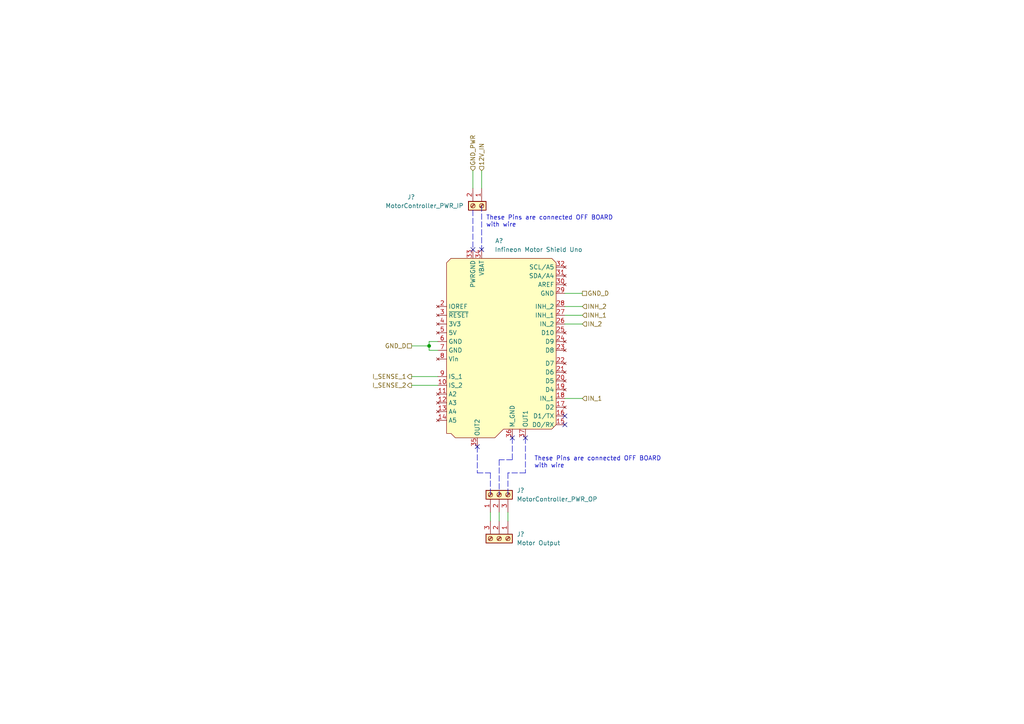
<source format=kicad_sch>
(kicad_sch (version 20211123) (generator eeschema)
  (paper "A4")
  (lib_symbols
    (symbol "000_Modules_Immo:Infineon Motor Shield Uno"
      (property "Reference" "A" (at 20.32 34.29 0))
      (property "Value" "Infineon Motor Shield Uno" (at 20.32 33.02 0))
      (symbol "Infineon Motor Shield Uno_0_1"
        (polyline (pts (xy -17.78 26.67) (xy -17.78 -22.86) (xy -16.51 -22.86) (xy -15.24 -24.13) (xy -3.81 -24.13) (xy -1.27 -21.59) (xy 12.7 -21.59) (xy 13.97 -20.32) (xy 13.97 26.67) (xy 12.7 27.94) (xy -16.51 27.94) (xy -17.78 26.67)) (fill (type background)))
      )
      (symbol "Infineon Motor Shield Uno_1_1"
        (pin no_connect line (at -20.32 16.51 0) (length 2.54) hide (name "NC") (number "1"))
        (pin input line (at -20.32 -8.89 0) (length 2.54) (name "IS_2") (number "10"))
        (pin no_connect line (at -20.32 -11.43 0) (length 2.54) (name "A2") (number "11"))
        (pin no_connect line (at -20.32 -13.97 0) (length 2.54) (name "A3") (number "12"))
        (pin no_connect line (at -20.32 -16.51 0) (length 2.54) (name "A4") (number "13"))
        (pin no_connect line (at -20.32 -19.05 0) (length 2.54) (name "A5") (number "14"))
        (pin bidirectional line (at 16.51 -20.32 180) (length 2.54) (name "D0/RX") (number "15"))
        (pin bidirectional line (at 16.51 -17.78 180) (length 2.54) (name "D1/TX") (number "16"))
        (pin no_connect line (at 16.51 -15.24 180) (length 2.54) (name "D2") (number "17"))
        (pin input line (at 16.51 -12.7 180) (length 2.54) (name "IN_1") (number "18"))
        (pin no_connect line (at 16.51 -10.16 180) (length 2.54) (name "D4") (number "19"))
        (pin no_connect line (at -20.32 13.97 0) (length 2.54) (name "IOREF") (number "2"))
        (pin no_connect line (at 16.51 -7.62 180) (length 2.54) (name "D5") (number "20"))
        (pin no_connect line (at 16.51 -5.08 180) (length 2.54) (name "D6") (number "21"))
        (pin no_connect line (at 16.51 -2.54 180) (length 2.54) (name "D7") (number "22"))
        (pin no_connect line (at 16.51 1.27 180) (length 2.54) (name "D8") (number "23"))
        (pin no_connect line (at 16.51 3.81 180) (length 2.54) (name "D9") (number "24"))
        (pin no_connect line (at 16.51 6.35 180) (length 2.54) (name "D10") (number "25"))
        (pin output line (at 16.51 8.89 180) (length 2.54) (name "IN_2") (number "26"))
        (pin output line (at 16.51 11.43 180) (length 2.54) (name "INH_1") (number "27"))
        (pin output line (at 16.51 13.97 180) (length 2.54) (name "INH_2") (number "28"))
        (pin power_in line (at 16.51 17.78 180) (length 2.54) (name "GND") (number "29"))
        (pin no_connect line (at -20.32 11.43 0) (length 2.54) (name "~{RESET}") (number "3"))
        (pin no_connect line (at 16.51 20.32 180) (length 2.54) (name "AREF") (number "30"))
        (pin no_connect line (at 16.51 22.86 180) (length 2.54) (name "SDA/A4") (number "31"))
        (pin no_connect line (at 16.51 25.4 180) (length 2.54) (name "SCL/A5") (number "32"))
        (pin power_in line (at -10.16 30.48 270) (length 2.54) (name "PWRGND") (number "33"))
        (pin power_in line (at -7.62 30.48 270) (length 2.54) (name "VBAT") (number "34"))
        (pin output line (at -8.89 -26.67 90) (length 2.54) (name "OUT2") (number "35"))
        (pin power_in line (at 1.27 -24.13 90) (length 2.54) (name "M_GND") (number "36"))
        (pin output line (at 5.08 -24.13 90) (length 2.54) (name "OUT1") (number "37"))
        (pin no_connect line (at -20.32 8.89 0) (length 2.54) (name "3V3") (number "4"))
        (pin no_connect line (at -20.32 6.35 0) (length 2.54) (name "5V") (number "5"))
        (pin power_in line (at -20.32 3.81 0) (length 2.54) (name "GND") (number "6"))
        (pin power_in line (at -20.32 1.27 0) (length 2.54) (name "GND") (number "7"))
        (pin no_connect line (at -20.32 -1.27 0) (length 2.54) (name "Vin") (number "8"))
        (pin input line (at -20.32 -6.35 0) (length 2.54) (name "IS_1") (number "9"))
      )
    )
    (symbol "Connector:Screw_Terminal_01x02" (pin_names (offset 1.016) hide)
      (property "Reference" "J" (at 0 2.54 0))
      (property "Value" "Screw_Terminal_01x02" (at 0 -5.08 0))
      (symbol "Screw_Terminal_01x02_1_1"
        (rectangle (start -1.27 1.27) (end 1.27 -3.81) (stroke (width 0.254)) (fill (type background)))
        (circle (center 0 -2.54) (radius 0.635) (stroke (width 0.1524)))
        (polyline (pts (xy -0.5334 -2.2098) (xy 0.3302 -3.048)) (stroke (width 0.1524)))
        (polyline (pts (xy -0.5334 0.3302) (xy 0.3302 -0.508)) (stroke (width 0.1524)))
        (polyline (pts (xy -0.3556 -2.032) (xy 0.508 -2.8702)) (stroke (width 0.1524)))
        (polyline (pts (xy -0.3556 0.508) (xy 0.508 -0.3302)) (stroke (width 0.1524)))
        (circle (center 0 0) (radius 0.635) (stroke (width 0.1524)))
        (pin passive line (at -5.08 0 0) (length 3.81) (name "Pin_1") (number "1"))
        (pin passive line (at -5.08 -2.54 0) (length 3.81) (name "Pin_2") (number "2"))
      )
    )
    (symbol "Connector:Screw_Terminal_01x03" (pin_names (offset 1.016) hide)
      (property "Reference" "J" (at 0 5.08 0))
      (property "Value" "Screw_Terminal_01x03" (at 0 -5.08 0))
      (symbol "Screw_Terminal_01x03_1_1"
        (rectangle (start -1.27 3.81) (end 1.27 -3.81) (stroke (width 0.254)) (fill (type background)))
        (circle (center 0 -2.54) (radius 0.635) (stroke (width 0.1524)))
        (polyline (pts (xy -0.5334 -2.2098) (xy 0.3302 -3.048)) (stroke (width 0.1524)))
        (polyline (pts (xy -0.5334 0.3302) (xy 0.3302 -0.508)) (stroke (width 0.1524)))
        (polyline (pts (xy -0.5334 2.8702) (xy 0.3302 2.032)) (stroke (width 0.1524)))
        (polyline (pts (xy -0.3556 -2.032) (xy 0.508 -2.8702)) (stroke (width 0.1524)))
        (polyline (pts (xy -0.3556 0.508) (xy 0.508 -0.3302)) (stroke (width 0.1524)))
        (polyline (pts (xy -0.3556 3.048) (xy 0.508 2.2098)) (stroke (width 0.1524)))
        (circle (center 0 0) (radius 0.635) (stroke (width 0.1524)))
        (circle (center 0 2.54) (radius 0.635) (stroke (width 0.1524)))
        (pin passive line (at -5.08 2.54 0) (length 3.81) (name "Pin_1") (number "1"))
        (pin passive line (at -5.08 0 0) (length 3.81) (name "Pin_2") (number "2"))
        (pin passive line (at -5.08 -2.54 0) (length 3.81) (name "Pin_3") (number "3"))
      )
    )
  )
  (junction (at 124.46 100.33))
  (no_connect (at 152.4 127))
  (no_connect (at 148.59 127))
  (no_connect (at 137.16 72.39))
  (no_connect (at 139.7 72.39))
  (no_connect (at 138.43 129.54))
  (no_connect (at 163.83 120.65))
  (no_connect (at 163.83 123.19))
  (wire (pts (xy 137.16 49.53) (xy 137.16 54.61)))
  (polyline (pts (xy 138.43 137.16) (xy 142.24 137.16)))
  (polyline (pts (xy 148.59 133.35) (xy 144.78 133.35)))
  (wire (pts (xy 147.32 148.59) (xy 147.32 151.13)))
  (polyline (pts (xy 148.59 127) (xy 148.59 133.35)))
  (wire (pts (xy 163.83 115.57) (xy 168.91 115.57)))
  (wire (pts (xy 119.38 100.33) (xy 124.46 100.33)))
  (wire (pts (xy 127 101.6) (xy 124.46 101.6)))
  (wire (pts (xy 144.78 148.59) (xy 144.78 151.13)))
  (wire (pts (xy 163.83 91.44) (xy 168.91 91.44)))
  (polyline (pts (xy 138.43 129.54) (xy 138.43 137.16)))
  (polyline (pts (xy 137.16 60.96) (xy 137.16 72.39)))
  (polyline (pts (xy 144.78 133.35) (xy 144.78 143.51)))
  (wire (pts (xy 142.24 148.59) (xy 142.24 151.13)))
  (wire (pts (xy 119.38 109.22) (xy 127 109.22)))
  (wire (pts (xy 168.91 85.09) (xy 163.83 85.09)))
  (polyline (pts (xy 152.4 127) (xy 152.4 137.16)))
  (wire (pts (xy 124.46 99.06) (xy 127 99.06)))
  (wire (pts (xy 124.46 101.6) (xy 124.46 100.33)))
  (polyline (pts (xy 147.32 137.16) (xy 147.32 143.51)))
  (wire (pts (xy 139.7 49.53) (xy 139.7 54.61)))
  (polyline (pts (xy 142.24 137.16) (xy 142.24 143.51)))
  (wire (pts (xy 119.38 111.76) (xy 127 111.76)))
  (polyline (pts (xy 139.7 59.69) (xy 139.7 72.39)))
  (wire (pts (xy 124.46 100.33) (xy 124.46 99.06)))
  (wire (pts (xy 163.83 88.9) (xy 168.91 88.9)))
  (polyline (pts (xy 152.4 137.16) (xy 147.32 137.16)))
  (wire (pts (xy 163.83 93.98) (xy 168.91 93.98)))
  (text "These Pins are connected OFF BOARD\nwith wire" (at 154.94 135.89 0) (effects (font (size 1.27 1.27)) (justify left bottom)))
  (text "These Pins are connected OFF BOARD\nwith wire" (at 140.97 66.04 0) (effects (font (size 1.27 1.27)) (justify left bottom)))
  (hierarchical_label "IN_1" (shape input) (at 168.91 115.57 0))
  (hierarchical_label "GND_D" (shape passive) (at 119.38 100.33 180))
  (hierarchical_label "I_SENSE_2" (shape output) (at 119.38 111.76 180))
  (hierarchical_label "INH_1" (shape input) (at 168.91 91.44 0))
  (hierarchical_label "IN_2" (shape input) (at 168.91 93.98 0))
  (hierarchical_label "GND_D" (shape passive) (at 168.91 85.09 0))
  (hierarchical_label "INH_2" (shape input) (at 168.91 88.9 0))
  (hierarchical_label "12V_IN" (shape input) (at 139.7 49.53 90))
  (hierarchical_label "GND_PWR" (shape input) (at 137.16 49.53 90))
  (hierarchical_label "I_SENSE_1" (shape output) (at 119.38 109.22 180))
  (symbol (lib_id "000_Modules_Immo:Infineon Motor Shield Uno") (at 147.32 102.87 0) (unit 1)
    (property "Reference" "A?" (at 144.78 69.85 0))
    (property "Value" "Infineon Motor Shield Uno" (at 156.21 72.39 0))
    (property "Footprint" "Module:Arduino_UNO_R3" (effects hide))
    (property "Datasheet" "https://docs.rs-online.com/91cb/0900766b81490d99.pdf" (effects hide))
  )
  (symbol (lib_id "Connector:Screw_Terminal_01x03") (at 144.78 143.51 90) (unit 1)
    (property "Reference" "J?" (at 149.86 142.2399 90) (effects (justify right)))
    (property "Value" "MotorController_PWR_OP" (at 149.86 144.7799 90) (effects (justify right)))
  )
  (symbol (lib_id "Connector:Screw_Terminal_01x02") (at 139.7 59.69 270) (unit 1)
    (property "Reference" "J?" (at 118.11 57.15 90) (effects (justify left)))
    (property "Value" "MotorController_PWR_IP" (at 111.76 59.69 90) (effects (justify left)))
    (property "Footprint" "TerminalBlock:TerminalBlock_Altech_AK300-2_P5.00mm" (effects hide))
  )
  (symbol (lib_id "Connector:Screw_Terminal_01x03") (at 144.78 156.21 270) (unit 1)
    (property "Reference" "J?" (at 149.86 154.9399 90) (effects (justify left)))
    (property "Value" "Motor Output" (at 149.86 157.48 90) (effects (justify left)))
  )
)
</source>
